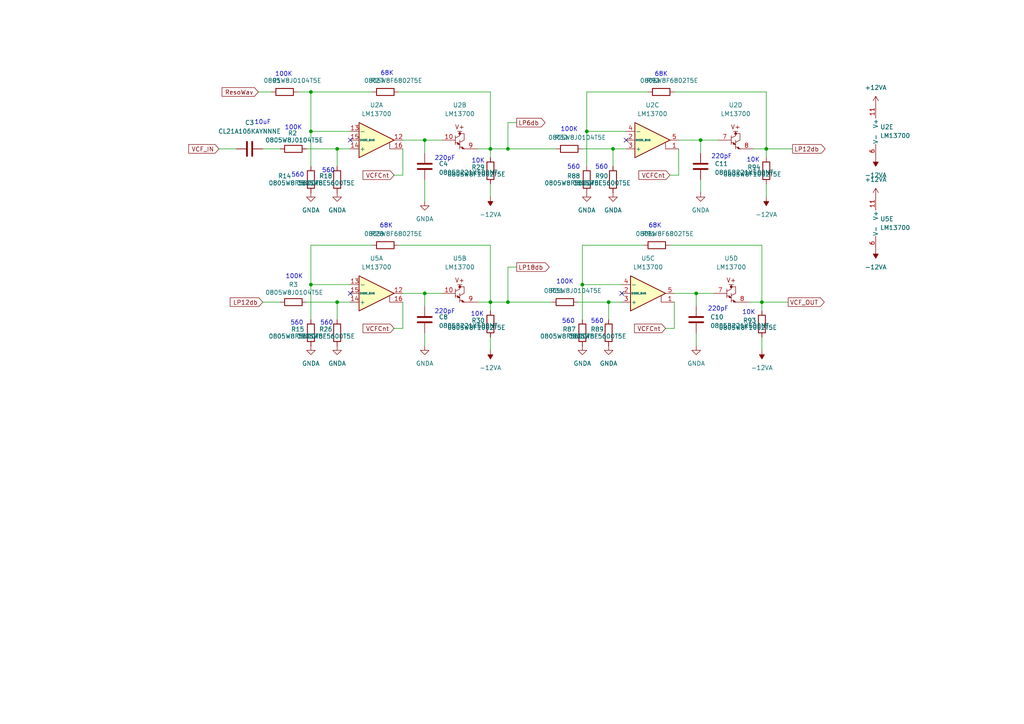
<source format=kicad_sch>
(kicad_sch (version 20250114) (generator "eeschema") (generator_version "9.0")
  (paper "A4")
  (lib_symbols
    (symbol "Amplifier_Operational:LM13700" (pin_names (offset 0.127))
      (property "Reference" "U" (at 3.81 5.08 0))
      (property "Value" "LM13700" (at 5.08 -5.08 0))
      (symbol "LM13700_1_1"
        (polyline (pts (xy 3.81 -0.635) (xy 3.81 -2.54) (xy 5.08 -2.54)))
        (polyline (pts (xy 5.08 0) (xy -5.08 -5.08) (xy -5.08 5.08) (xy 5.08 0)) (stroke (width 0.254)) (fill (type background)))
        (pin input line (at -7.62 2.54 0) (length 2.54) (name "-") (number "13"))
        (pin input line (at -7.62 0 0) (length 2.54) (name "DIODE_BIAS") (number "15"))
        (pin input line (at -7.62 -2.54 0) (length 2.54) (name "+") (number "14"))
        (pin output line (at 7.62 0 180) (length 2.54) (name "~") (number "12"))
        (pin input line (at 7.62 -2.54 180) (length 2.54) (name "~") (number "16"))
      )
      (symbol "LM13700_2_0"
        (polyline (pts (xy -1.905 2.54) (xy -3.175 2.54)))
      )
      (symbol "LM13700_2_1"
        (polyline (pts (xy -3.81 1.27) (xy -3.81 -1.27)))
        (polyline (pts (xy -3.81 0.635) (xy -2.54 1.27) (xy -2.54 1.905) (xy -2.54 2.54)))
        (polyline (pts (xy -3.81 -0.635) (xy -2.54 -1.27)))
        (circle (center -2.54 1.905) (radius 0.254) (stroke (width 0.254)) (fill (type outline)))
        (polyline (pts (xy -2.54 0) (xy -2.54 -2.54)))
        (polyline (pts (xy -2.54 -0.635) (xy -1.27 0) (xy -1.27 1.905) (xy -2.54 1.905)))
        (polyline (pts (xy -2.54 -1.27) (xy -3.175 -0.635) (xy -3.175 -1.27) (xy -2.54 -1.27)) (fill (type outline)))
        (polyline (pts (xy -2.54 -1.905) (xy -1.27 -2.54)))
        (polyline (pts (xy -1.27 -2.54) (xy -1.905 -1.905) (xy -1.905 -2.54) (xy -1.27 -2.54)) (fill (type outline)))
        (text "V+" (at -2.54 3.81 0) (effects (font (size 1.27 1.27))))
        (pin input line (at -7.62 0 0) (length 3.81) (name "~") (number "10"))
        (pin output line (at 2.54 -2.54 180) (length 3.81) (name "~") (number "9"))
      )
      (symbol "LM13700_3_1"
        (polyline (pts (xy 3.81 -0.635) (xy 3.81 -2.54) (xy 5.08 -2.54)))
        (polyline (pts (xy 5.08 0) (xy -5.08 -5.08) (xy -5.08 5.08) (xy 5.08 0)) (stroke (width 0.254)) (fill (type background)))
        (pin input line (at -7.62 2.54 0) (length 2.54) (name "-") (number "4"))
        (pin input line (at -7.62 0 0) (length 2.54) (name "DIODE_BIAS") (number "2"))
        (pin input line (at -7.62 -2.54 0) (length 2.54) (name "+") (number "3"))
        (pin output line (at 7.62 0 180) (length 2.54) (name "~") (number "5"))
        (pin input line (at 7.62 -2.54 180) (length 2.54) (name "~") (number "1"))
      )
      (symbol "LM13700_4_0"
        (polyline (pts (xy -3.175 2.54) (xy -1.905 2.54)))
        (text "V+" (at -2.54 3.81 0) (effects (font (size 1.27 1.27))))
      )
      (symbol "LM13700_4_1"
        (polyline (pts (xy -3.81 1.27) (xy -3.81 -1.27)))
        (polyline (pts (xy -3.81 0.635) (xy -2.54 1.27) (xy -2.54 2.54)))
        (polyline (pts (xy -3.81 -0.635) (xy -2.54 -1.27)))
        (circle (center -2.54 1.905) (radius 0.254) (stroke (width 0.254)) (fill (type outline)))
        (polyline (pts (xy -2.54 0) (xy -2.54 -2.54)))
        (polyline (pts (xy -2.54 -0.635) (xy -1.27 0) (xy -1.27 1.905) (xy -2.54 1.905)))
        (polyline (pts (xy -2.54 -1.27) (xy -3.175 -0.635) (xy -3.175 -1.27) (xy -2.54 -1.27)) (fill (type outline)))
        (polyline (pts (xy -2.54 -1.905) (xy -1.27 -2.54)))
        (polyline (pts (xy -1.27 -2.54) (xy -1.905 -1.905) (xy -1.905 -2.54) (xy -1.27 -2.54)) (fill (type outline)))
        (pin input line (at -7.62 0 0) (length 3.81) (name "~") (number "7"))
        (pin output line (at 2.54 -2.54 180) (length 3.81) (name "~") (number "8"))
      )
      (symbol "LM13700_5_1"
        (pin power_in line (at -2.54 7.62 270) (length 3.81) (name "V+") (number "11"))
        (pin power_in line (at -2.54 -7.62 90) (length 3.81) (name "V-") (number "6"))
      )
    )
    (symbol "Device:C" (pin_numbers (hide yes)) (pin_names (offset 0.254))
      (property "Reference" "C" (at 0.635 2.54 0))
      (property "Value" "C" (at 0.635 -2.54 0))
      (symbol "C_0_1"
        (polyline (pts (xy -2.032 0.762) (xy 2.032 0.762)) (stroke (width 0.508)))
        (polyline (pts (xy -2.032 -0.762) (xy 2.032 -0.762)) (stroke (width 0.508)))
      )
      (symbol "C_1_1"
        (pin passive line (at 0 3.81 270) (length 2.794) (name "~") (number "1"))
        (pin passive line (at 0 -3.81 90) (length 2.794) (name "~") (number "2"))
      )
    )
    (symbol "Device:R" (pin_numbers (hide yes)) (pin_names (offset 0))
      (property "Reference" "R" (at 2.032 0 90))
      (property "Value" "R" (at 0 0 90))
      (symbol "R_0_1"
        (rectangle (start -1.016 -2.54) (end 1.016 2.54) (stroke (width 0.254)))
      )
      (symbol "R_1_1"
        (pin passive line (at 0 3.81 270) (length 1.27) (name "~") (number "1"))
        (pin passive line (at 0 -3.81 90) (length 1.27) (name "~") (number "2"))
      )
    )
    (symbol "power:+12VA" (power) (pin_numbers (hide yes)) (pin_names (offset 0) (hide yes))
      (property "Value" "+12VA" (at 0 3.556 0))
      (symbol "+12VA_0_1"
        (polyline (pts (xy -0.762 1.27) (xy 0 2.54)))
        (polyline (pts (xy 0 2.54) (xy 0.762 1.27)))
        (polyline (pts (xy 0 0) (xy 0 2.54)))
      )
      (symbol "+12VA_1_1"
        (pin power_in line (at 0 0 90) (length 0) (name "~") (number "1"))
      )
    )
    (symbol "power:-12VA" (power) (pin_numbers (hide yes)) (pin_names (offset 0) (hide yes))
      (property "Value" "-12VA" (at 0 3.556 0))
      (symbol "-12VA_0_0"
        (pin power_in line (at 0 0 90) (length 0) (name "~") (number "1"))
      )
      (symbol "-12VA_0_1"
        (polyline (pts (xy 0 0) (xy 0 1.27) (xy 0.762 1.27) (xy 0 2.54) (xy -0.762 1.27) (xy 0 1.27)) (fill (type outline)))
      )
    )
    (symbol "power:GNDA" (power) (pin_numbers (hide yes)) (pin_names (offset 0) (hide yes))
      (property "Value" "GNDA" (at 0 -3.81 0))
      (symbol "GNDA_0_1"
        (polyline (pts (xy 0 0) (xy 0 -1.27) (xy 1.27 -1.27) (xy 0 -2.54) (xy -1.27 -1.27) (xy 0 -1.27)))
      )
      (symbol "GNDA_1_1"
        (pin power_in line (at 0 0 270) (length 0) (name "~") (number "1"))
      )
    )
  )
  (text "560" (at 86.36 50.8 0) (effects (font (size 1.27 1.27))))
  (text "10K" (at 138.684 46.736 0) (effects (font (size 1.27 1.27))))
  (text "220pF" (at 209.296 45.466 0) (effects (font (size 1.27 1.27))))
  (text "560" (at 174.498 48.514 0) (effects (font (size 1.27 1.27))))
  (text "68K" (at 189.992 65.532 0) (effects (font (size 1.27 1.27))))
  (text "100K" (at 165.1 37.592 0) (effects (font (size 1.27 1.27))))
  (text "560" (at 94.742 93.726 0) (effects (font (size 1.27 1.27))))
  (text "68K" (at 112.268 21.336 0) (effects (font (size 1.27 1.27))))
  (text "220pF" (at 129.032 90.424 0) (effects (font (size 1.27 1.27))))
  (text "560" (at 86.106 93.726 0) (effects (font (size 1.27 1.27))))
  (text "10uF" (at 76.2 35.56 0) (effects (font (size 1.27 1.27))))
  (text "10K" (at 218.44 46.482 0) (effects (font (size 1.27 1.27))))
  (text "560" (at 166.37 48.514 0) (effects (font (size 1.27 1.27))))
  (text "100K" (at 82.296 21.59 0) (effects (font (size 1.27 1.27))))
  (text "10K" (at 138.43 91.186 0) (effects (font (size 1.27 1.27))))
  (text "220pF" (at 208.28 89.662 0) (effects (font (size 1.27 1.27))))
  (text "100K" (at 163.83 81.788 0) (effects (font (size 1.27 1.27))))
  (text "68K" (at 191.77 21.59 0) (effects (font (size 1.27 1.27))))
  (text "100K" (at 85.344 80.264 0) (effects (font (size 1.27 1.27))))
  (text "560" (at 95.25 49.53 0) (effects (font (size 1.27 1.27))))
  (text "68K" (at 112.014 65.532 0) (effects (font (size 1.27 1.27))))
  (text "560" (at 164.846 93.218 0) (effects (font (size 1.27 1.27))))
  (text "100K" (at 85.09 37.084 0) (effects (font (size 1.27 1.27))))
  (text "10K" (at 217.17 90.678 0) (effects (font (size 1.27 1.27))))
  (text "220pF" (at 129.032 45.974 0) (effects (font (size 1.27 1.27))))
  (text "560" (at 173.228 93.218 0) (effects (font (size 1.27 1.27))))
  (junction (at 222.25 43.18))
  (junction (at 176.53 87.63))
  (junction (at 142.24 87.63))
  (junction (at 147.32 43.18))
  (junction (at 201.93 85.09))
  (junction (at 142.24 43.18))
  (junction (at 90.17 26.67))
  (junction (at 123.19 40.64))
  (junction (at 220.98 87.63))
  (junction (at 147.32 87.63))
  (junction (at 170.18 38.1))
  (junction (at 168.91 82.55))
  (junction (at 90.17 38.1))
  (junction (at 177.8 43.18))
  (junction (at 90.17 82.55))
  (junction (at 123.19 85.09))
  (junction (at 97.79 87.63))
  (junction (at 97.79 43.18))
  (junction (at 203.2 40.64))
  (no_connect (at 181.61 40.64))
  (no_connect (at 180.34 85.09))
  (no_connect (at 101.6 40.64))
  (no_connect (at 101.6 85.09))
  (wire (pts (xy 220.98 71.12) (xy 194.31 71.12)))
  (wire (pts (xy 147.32 87.63) (xy 160.02 87.63)))
  (wire (pts (xy 177.8 43.18) (xy 177.8 48.26)))
  (wire (pts (xy 220.98 87.63) (xy 220.98 90.17)))
  (wire (pts (xy 123.19 85.09) (xy 123.19 88.9)))
  (wire (pts (xy 74.93 26.67) (xy 78.74 26.67)))
  (wire (pts (xy 147.32 35.56) (xy 147.32 43.18)))
  (wire (pts (xy 63.5 43.18) (xy 68.58 43.18)))
  (wire (pts (xy 142.24 87.63) (xy 147.32 87.63)))
  (wire (pts (xy 170.18 38.1) (xy 170.18 48.26)))
  (wire (pts (xy 97.79 87.63) (xy 101.6 87.63)))
  (wire (pts (xy 195.58 95.25) (xy 195.58 87.63)))
  (wire (pts (xy 194.31 50.8) (xy 196.85 50.8)))
  (wire (pts (xy 201.93 85.09) (xy 201.93 88.9)))
  (wire (pts (xy 123.19 96.52) (xy 123.19 100.33)))
  (wire (pts (xy 142.24 26.67) (xy 115.57 26.67)))
  (wire (pts (xy 181.61 38.1) (xy 170.18 38.1)))
  (wire (pts (xy 222.25 43.18) (xy 222.25 45.72)))
  (wire (pts (xy 196.85 40.64) (xy 203.2 40.64)))
  (wire (pts (xy 88.9 43.18) (xy 97.79 43.18)))
  (wire (pts (xy 114.3 95.25) (xy 116.84 95.25)))
  (wire (pts (xy 222.25 43.18) (xy 222.25 26.67)))
  (wire (pts (xy 90.17 82.55) (xy 90.17 71.12)))
  (wire (pts (xy 90.17 26.67) (xy 107.95 26.67)))
  (wire (pts (xy 193.04 95.25) (xy 195.58 95.25)))
  (wire (pts (xy 196.85 50.8) (xy 196.85 43.18)))
  (wire (pts (xy 149.86 77.47) (xy 147.32 77.47)))
  (wire (pts (xy 220.98 87.63) (xy 220.98 71.12)))
  (wire (pts (xy 176.53 87.63) (xy 176.53 92.71)))
  (wire (pts (xy 116.84 50.8) (xy 116.84 43.18)))
  (wire (pts (xy 147.32 77.47) (xy 147.32 87.63)))
  (wire (pts (xy 168.91 82.55) (xy 168.91 92.71)))
  (wire (pts (xy 203.2 40.64) (xy 208.28 40.64)))
  (wire (pts (xy 123.19 40.64) (xy 123.19 44.45)))
  (wire (pts (xy 195.58 85.09) (xy 201.93 85.09)))
  (wire (pts (xy 90.17 38.1) (xy 90.17 48.26)))
  (wire (pts (xy 116.84 85.09) (xy 123.19 85.09)))
  (wire (pts (xy 101.6 38.1) (xy 90.17 38.1)))
  (wire (pts (xy 149.86 35.56) (xy 147.32 35.56)))
  (wire (pts (xy 203.2 40.64) (xy 203.2 44.45)))
  (wire (pts (xy 116.84 40.64) (xy 123.19 40.64)))
  (wire (pts (xy 76.2 43.18) (xy 81.28 43.18)))
  (wire (pts (xy 220.98 87.63) (xy 228.6 87.63)))
  (wire (pts (xy 142.24 87.63) (xy 142.24 90.17)))
  (wire (pts (xy 114.3 50.8) (xy 116.84 50.8)))
  (wire (pts (xy 97.79 43.18) (xy 101.6 43.18)))
  (wire (pts (xy 142.24 43.18) (xy 142.24 45.72)))
  (wire (pts (xy 142.24 97.79) (xy 142.24 101.6)))
  (wire (pts (xy 138.43 87.63) (xy 142.24 87.63)))
  (wire (pts (xy 167.64 87.63) (xy 176.53 87.63)))
  (wire (pts (xy 142.24 87.63) (xy 142.24 71.12)))
  (wire (pts (xy 222.25 53.34) (xy 222.25 57.15)))
  (wire (pts (xy 88.9 87.63) (xy 97.79 87.63)))
  (wire (pts (xy 142.24 43.18) (xy 142.24 26.67)))
  (wire (pts (xy 170.18 38.1) (xy 170.18 26.67)))
  (wire (pts (xy 86.36 26.67) (xy 90.17 26.67)))
  (wire (pts (xy 90.17 82.55) (xy 90.17 92.71)))
  (wire (pts (xy 90.17 71.12) (xy 107.95 71.12)))
  (wire (pts (xy 180.34 82.55) (xy 168.91 82.55)))
  (wire (pts (xy 142.24 71.12) (xy 115.57 71.12)))
  (wire (pts (xy 101.6 82.55) (xy 90.17 82.55)))
  (wire (pts (xy 116.84 95.25) (xy 116.84 87.63)))
  (wire (pts (xy 170.18 26.67) (xy 187.96 26.67)))
  (wire (pts (xy 168.91 43.18) (xy 177.8 43.18)))
  (wire (pts (xy 220.98 97.79) (xy 220.98 101.6)))
  (wire (pts (xy 138.43 43.18) (xy 142.24 43.18)))
  (wire (pts (xy 201.93 96.52) (xy 201.93 100.33)))
  (wire (pts (xy 176.53 87.63) (xy 180.34 87.63)))
  (wire (pts (xy 97.79 87.63) (xy 97.79 92.71)))
  (wire (pts (xy 142.24 43.18) (xy 147.32 43.18)))
  (wire (pts (xy 123.19 85.09) (xy 128.27 85.09)))
  (wire (pts (xy 168.91 82.55) (xy 168.91 71.12)))
  (wire (pts (xy 142.24 53.34) (xy 142.24 57.15)))
  (wire (pts (xy 177.8 43.18) (xy 181.61 43.18)))
  (wire (pts (xy 217.17 87.63) (xy 220.98 87.63)))
  (wire (pts (xy 97.79 43.18) (xy 97.79 48.26)))
  (wire (pts (xy 76.2 87.63) (xy 81.28 87.63)))
  (wire (pts (xy 218.44 43.18) (xy 222.25 43.18)))
  (wire (pts (xy 222.25 26.67) (xy 195.58 26.67)))
  (wire (pts (xy 229.87 43.18) (xy 222.25 43.18)))
  (wire (pts (xy 147.32 43.18) (xy 161.29 43.18)))
  (wire (pts (xy 123.19 40.64) (xy 128.27 40.64)))
  (wire (pts (xy 90.17 38.1) (xy 90.17 26.67)))
  (wire (pts (xy 123.19 52.07) (xy 123.19 58.42)))
  (wire (pts (xy 168.91 71.12) (xy 186.69 71.12)))
  (wire (pts (xy 201.93 85.09) (xy 207.01 85.09)))
  (wire (pts (xy 203.2 52.07) (xy 203.2 55.88)))
  (global_label "ResoWav" (shape input) (at 74.93 26.67 180) (property "Intersheetrefs" "${INTERSHEET_REFS}" (effects (hide yes))))
  (global_label "VCFCnt" (shape input) (at 193.04 95.25 180) (property "Intersheetrefs" "${INTERSHEET_REFS}" (effects (hide yes))))
  (global_label "VCFCnt" (shape input) (at 114.3 50.8 180) (property "Intersheetrefs" "${INTERSHEET_REFS}" (effects (hide yes))))
  (global_label "VCFCnt" (shape input) (at 194.31 50.8 180) (property "Intersheetrefs" "${INTERSHEET_REFS}" (effects (hide yes))))
  (global_label "VCF_OUT" (shape output) (at 228.6 87.63 0) (property "Intersheetrefs" "${INTERSHEET_REFS}" (effects (hide yes))))
  (global_label "LP12db" (shape input) (at 76.2 87.63 180) (property "Intersheetrefs" "${INTERSHEET_REFS}" (effects (hide yes))))
  (global_label "VCF_IN" (shape input) (at 63.5 43.18 180) (property "Intersheetrefs" "${INTERSHEET_REFS}" (effects (hide yes))))
  (global_label "LP6db" (shape output) (at 149.86 35.56 0) (property "Intersheetrefs" "${INTERSHEET_REFS}" (effects (hide yes))))
  (global_label "VCFCnt" (shape input) (at 114.3 95.25 180) (property "Intersheetrefs" "${INTERSHEET_REFS}" (effects (hide yes))))
  (global_label "LP12db" (shape output) (at 229.87 43.18 0) (property "Intersheetrefs" "${INTERSHEET_REFS}" (effects (hide yes))))
  (global_label "LP18db" (shape output) (at 149.86 77.47 0) (property "Intersheetrefs" "${INTERSHEET_REFS}" (effects (hide yes))))
  (symbol (lib_id "Device:R") (at 85.09 43.18 90) (unit 1)
    (property "Reference" "R2" (at 84.836 38.608 90))
    (property "Value" "0805W8J0104T5E" (at 85.344 40.64 90))
    (property "Footprint" "Resistor_SMD:R_0805_2012Metric_Pad1.20x1.40mm_HandSolder" (effects (hide yes)))
    (property "Description" "Resistor" (effects (hide yes)))
  )
  (symbol (lib_id "Device:R") (at 142.24 93.98 180) (unit 1)
    (property "Reference" "R30" (at 138.684 92.964 0))
    (property "Value" "0805W8F1002T5E" (at 138.176 94.996 0))
    (property "Footprint" "Resistor_SMD:R_0805_2012Metric_Pad1.20x1.40mm_HandSolder" (effects (hide yes)))
    (property "Description" "Resistor" (effects (hide yes)))
  )
  (symbol (lib_id "power:GNDA") (at 97.79 100.33 0) (unit 1)
    (property "Reference" "#PWR06" (effects (hide yes)))
    (property "Value" "GNDA" (at 97.79 105.41 0))
    (property "Description" "Power symbol creates a global label with name \"GNDA\" , analog ground" (effects (hide yes)))
  )
  (symbol (lib_id "Amplifier_Operational:LM13700") (at 187.96 85.09 0) (unit 3)
    (property "Reference" "U5" (at 187.96 74.93 0))
    (property "Value" "LM13700" (at 187.96 77.47 0))
    (property "Footprint" "Package_SO:SOIC-16_3.9x9.9mm_P1.27mm" (effects (hide yes)))
    (property "Datasheet" "http://www.ti.com/lit/ds/symlink/lm13700.pdf" (effects (hide yes)))
    (property "Description" "Dual Operational Transconductance Amplifiers with Linearizing Diodes and Buffers, DIP-16/SOIC-16" (effects (hide yes)))
  )
  (symbol (lib_id "power:GNDA") (at 97.79 55.88 0) (unit 1)
    (property "Reference" "#PWR05" (effects (hide yes)))
    (property "Value" "GNDA" (at 97.79 60.96 0))
    (property "Description" "Power symbol creates a global label with name \"GNDA\" , analog ground" (effects (hide yes)))
  )
  (symbol (lib_id "power:GNDA") (at 90.17 100.33 0) (unit 1)
    (property "Reference" "#PWR04" (effects (hide yes)))
    (property "Value" "GNDA" (at 90.17 105.41 0))
    (property "Description" "Power symbol creates a global label with name \"GNDA\" , analog ground" (effects (hide yes)))
  )
  (symbol (lib_id "Device:R") (at 168.91 96.52 180) (unit 1)
    (property "Reference" "R87" (at 165.1 95.504 0))
    (property "Value" "0805W8F5600T5E" (at 165.1 97.536 0))
    (property "Footprint" "Resistor_SMD:R_0805_2012Metric_Pad1.20x1.40mm_HandSolder" (effects (hide yes)))
    (property "Description" "Resistor" (effects (hide yes)))
  )
  (symbol (lib_id "Device:C") (at 201.93 92.71 0) (unit 1)
    (property "Reference" "C10" (at 205.994 91.948 0) (effects (justify left)))
    (property "Value" "0805B221K500NT" (at 205.994 94.488 0) (effects (justify left)))
    (property "Footprint" "Capacitor_SMD:C_0805_2012Metric_Pad1.18x1.45mm_HandSolder" (effects (hide yes)))
    (property "Description" "Unpolarized capacitor" (effects (hide yes)))
  )
  (symbol (lib_id "power:-12VA") (at 222.25 57.15 180) (unit 1)
    (property "Reference" "#PWR0147" (effects (hide yes)))
    (property "Value" "-12VA" (at 222.25 62.23 0))
    (property "Description" "Power symbol creates a global label with name \"-12VA\"" (effects (hide yes)))
  )
  (symbol (lib_id "power:GNDA") (at 123.19 100.33 0) (unit 1)
    (property "Reference" "#PWR08" (effects (hide yes)))
    (property "Value" "GNDA" (at 123.19 105.41 0))
    (property "Description" "Power symbol creates a global label with name \"GNDA\" , analog ground" (effects (hide yes)))
  )
  (symbol (lib_id "Device:R") (at 82.55 26.67 90) (unit 1)
    (property "Reference" "R1" (at 80.264 23.368 90))
    (property "Value" "0805W8J0104T5E" (at 84.836 23.368 90))
    (property "Footprint" "Resistor_SMD:R_0805_2012Metric_Pad1.20x1.40mm_HandSolder" (effects (hide yes)))
    (property "Description" "Resistor" (effects (hide yes)))
  )
  (symbol (lib_id "power:-12VA") (at 220.98 101.6 180) (unit 1)
    (property "Reference" "#PWR0146" (effects (hide yes)))
    (property "Value" "-12VA" (at 220.98 106.68 0))
    (property "Description" "Power symbol creates a global label with name \"-12VA\"" (effects (hide yes)))
  )
  (symbol (lib_id "Device:R") (at 97.79 96.52 180) (unit 1)
    (property "Reference" "R26" (at 94.488 95.504 0))
    (property "Value" "0805W8F5600T5E" (at 94.488 97.536 0))
    (property "Footprint" "Resistor_SMD:R_0805_2012Metric_Pad1.20x1.40mm_HandSolder" (effects (hide yes)))
    (property "Description" "Resistor" (effects (hide yes)))
  )
  (symbol (lib_id "Amplifier_Operational:LM13700") (at 214.63 85.09 0) (unit 4)
    (property "Reference" "U5" (at 212.09 74.93 0))
    (property "Value" "LM13700" (at 212.09 77.47 0))
    (property "Footprint" "Package_SO:SOIC-16_3.9x9.9mm_P1.27mm" (effects (hide yes)))
    (property "Datasheet" "http://www.ti.com/lit/ds/symlink/lm13700.pdf" (effects (hide yes)))
    (property "Description" "Dual Operational Transconductance Amplifiers with Linearizing Diodes and Buffers, DIP-16/SOIC-16" (effects (hide yes)))
  )
  (symbol (lib_id "power:-12VA") (at 254 72.39 180) (unit 1)
    (property "Reference" "#PWR0151" (effects (hide yes)))
    (property "Value" "-12VA" (at 254 77.47 0))
    (property "Description" "Power symbol creates a global label with name \"-12VA\"" (effects (hide yes)))
  )
  (symbol (lib_id "power:GNDA") (at 177.8 55.88 0) (unit 1)
    (property "Reference" "#PWR035" (effects (hide yes)))
    (property "Value" "GNDA" (at 177.8 60.96 0))
    (property "Description" "Power symbol creates a global label with name \"GNDA\" , analog ground" (effects (hide yes)))
  )
  (symbol (lib_id "Device:R") (at 190.5 71.12 90) (unit 1)
    (property "Reference" "R91" (at 188.214 67.818 90))
    (property "Value" "0805W8F6802T5E" (at 192.786 67.818 90))
    (property "Footprint" "Resistor_SMD:R_0805_2012Metric_Pad1.20x1.40mm_HandSolder" (effects (hide yes)))
    (property "Description" "Resistor" (effects (hide yes)))
  )
  (symbol (lib_id "Device:C") (at 72.39 43.18 90) (unit 1)
    (property "Reference" "C3" (at 72.39 35.56 90))
    (property "Value" "CL21A106KAYNNNE" (at 72.39 38.1 90))
    (property "Footprint" "Capacitor_SMD:C_0805_2012Metric_Pad1.18x1.45mm_HandSolder" (effects (hide yes)))
    (property "Description" "Unpolarized capacitor" (effects (hide yes)))
  )
  (symbol (lib_id "Amplifier_Operational:LM13700") (at 189.23 40.64 0) (unit 3)
    (property "Reference" "U2" (at 189.23 30.48 0))
    (property "Value" "LM13700" (at 189.23 33.02 0))
    (property "Footprint" "Package_SO:SOIC-16_3.9x9.9mm_P1.27mm" (effects (hide yes)))
    (property "Datasheet" "http://www.ti.com/lit/ds/symlink/lm13700.pdf" (effects (hide yes)))
    (property "Description" "Dual Operational Transconductance Amplifiers with Linearizing Diodes and Buffers, DIP-16/SOIC-16" (effects (hide yes)))
  )
  (symbol (lib_id "Amplifier_Operational:LM13700") (at 256.54 64.77 0) (unit 5)
    (property "Reference" "U5" (at 255.27 63.4999 0) (effects (justify left)))
    (property "Value" "LM13700" (at 255.27 66.0399 0) (effects (justify left)))
    (property "Footprint" "Package_SO:SOIC-16_3.9x9.9mm_P1.27mm" (effects (hide yes)))
    (property "Datasheet" "http://www.ti.com/lit/ds/symlink/lm13700.pdf" (effects (hide yes)))
    (property "Description" "Dual Operational Transconductance Amplifiers with Linearizing Diodes and Buffers, DIP-16/SOIC-16" (effects (hide yes)))
  )
  (symbol (lib_id "power:GNDA") (at 90.17 55.88 0) (unit 1)
    (property "Reference" "#PWR03" (effects (hide yes)))
    (property "Value" "GNDA" (at 90.17 60.96 0))
    (property "Description" "Power symbol creates a global label with name \"GNDA\" , analog ground" (effects (hide yes)))
  )
  (symbol (lib_id "power:GNDA") (at 201.93 100.33 0) (unit 1)
    (property "Reference" "#PWR0140" (effects (hide yes)))
    (property "Value" "GNDA" (at 201.93 105.41 0))
    (property "Description" "Power symbol creates a global label with name \"GNDA\" , analog ground" (effects (hide yes)))
  )
  (symbol (lib_id "Amplifier_Operational:LM13700") (at 109.22 40.64 0) (unit 1)
    (property "Reference" "U2" (at 109.22 30.48 0))
    (property "Value" "LM13700" (at 109.22 33.02 0))
    (property "Footprint" "Package_SO:SOIC-16_3.9x9.9mm_P1.27mm" (effects (hide yes)))
    (property "Datasheet" "http://www.ti.com/lit/ds/symlink/lm13700.pdf" (effects (hide yes)))
    (property "Description" "Dual Operational Transconductance Amplifiers with Linearizing Diodes and Buffers, DIP-16/SOIC-16" (effects (hide yes)))
  )
  (symbol (lib_id "Device:R") (at 163.83 87.63 90) (unit 1)
    (property "Reference" "R31" (at 161.544 84.328 90))
    (property "Value" "0805W8J0104T5E" (at 166.116 84.328 90))
    (property "Footprint" "Resistor_SMD:R_0805_2012Metric_Pad1.20x1.40mm_HandSolder" (effects (hide yes)))
    (property "Description" "Resistor" (effects (hide yes)))
  )
  (symbol (lib_id "Amplifier_Operational:LM13700") (at 135.89 40.64 0) (unit 2)
    (property "Reference" "U2" (at 133.35 30.48 0))
    (property "Value" "LM13700" (at 133.35 33.02 0))
    (property "Footprint" "Package_SO:SOIC-16_3.9x9.9mm_P1.27mm" (effects (hide yes)))
    (property "Datasheet" "http://www.ti.com/lit/ds/symlink/lm13700.pdf" (effects (hide yes)))
    (property "Description" "Dual Operational Transconductance Amplifiers with Linearizing Diodes and Buffers, DIP-16/SOIC-16" (effects (hide yes)))
  )
  (symbol (lib_id "power:GNDA") (at 168.91 100.33 0) (unit 1)
    (property "Reference" "#PWR024" (effects (hide yes)))
    (property "Value" "GNDA" (at 168.91 105.41 0))
    (property "Description" "Power symbol creates a global label with name \"GNDA\" , analog ground" (effects (hide yes)))
  )
  (symbol (lib_id "Device:R") (at 111.76 71.12 90) (unit 1)
    (property "Reference" "R28" (at 109.474 67.818 90))
    (property "Value" "0805W8F6802T5E" (at 114.046 67.818 90))
    (property "Footprint" "Resistor_SMD:R_0805_2012Metric_Pad1.20x1.40mm_HandSolder" (effects (hide yes)))
    (property "Description" "Resistor" (effects (hide yes)))
  )
  (symbol (lib_id "Amplifier_Operational:LM13700") (at 256.54 38.1 0) (unit 5)
    (property "Reference" "U2" (at 255.27 36.8299 0) (effects (justify left)))
    (property "Value" "LM13700" (at 255.27 39.3699 0) (effects (justify left)))
    (property "Footprint" "Package_SO:SOIC-16_3.9x9.9mm_P1.27mm" (effects (hide yes)))
    (property "Datasheet" "http://www.ti.com/lit/ds/symlink/lm13700.pdf" (effects (hide yes)))
    (property "Description" "Dual Operational Transconductance Amplifiers with Linearizing Diodes and Buffers, DIP-16/SOIC-16" (effects (hide yes)))
  )
  (symbol (lib_id "power:-12VA") (at 254 45.72 180) (unit 1)
    (property "Reference" "#PWR0150" (effects (hide yes)))
    (property "Value" "-12VA" (at 254 50.8 0))
    (property "Description" "Power symbol creates a global label with name \"-12VA\"" (effects (hide yes)))
  )
  (symbol (lib_id "power:GNDA") (at 203.2 55.88 0) (unit 1)
    (property "Reference" "#PWR0145" (effects (hide yes)))
    (property "Value" "GNDA" (at 203.2 60.96 0))
    (property "Description" "Power symbol creates a global label with name \"GNDA\" , analog ground" (effects (hide yes)))
  )
  (symbol (lib_id "power:GNDA") (at 123.19 58.42 0) (unit 1)
    (property "Reference" "#PWR07" (effects (hide yes)))
    (property "Value" "GNDA" (at 123.19 63.5 0))
    (property "Description" "Power symbol creates a global label with name \"GNDA\" , analog ground" (effects (hide yes)))
  )
  (symbol (lib_id "Device:C") (at 203.2 48.26 0) (unit 1)
    (property "Reference" "C11" (at 207.264 47.498 0) (effects (justify left)))
    (property "Value" "0805B221K500NT" (at 207.264 50.038 0) (effects (justify left)))
    (property "Footprint" "Capacitor_SMD:C_0805_2012Metric_Pad1.18x1.45mm_HandSolder" (effects (hide yes)))
    (property "Description" "Unpolarized capacitor" (effects (hide yes)))
  )
  (symbol (lib_id "Device:C") (at 123.19 48.26 0) (unit 1)
    (property "Reference" "C4" (at 127.254 47.498 0) (effects (justify left)))
    (property "Value" "0805B221K500NT" (at 127.254 50.038 0) (effects (justify left)))
    (property "Footprint" "Capacitor_SMD:C_0805_2012Metric_Pad1.18x1.45mm_HandSolder" (effects (hide yes)))
    (property "Description" "Unpolarized capacitor" (effects (hide yes)))
  )
  (symbol (lib_id "power:-12VA") (at 142.24 101.6 180) (unit 1)
    (property "Reference" "#PWR012" (effects (hide yes)))
    (property "Value" "-12VA" (at 142.24 106.68 0))
    (property "Description" "Power symbol creates a global label with name \"-12VA\"" (effects (hide yes)))
  )
  (symbol (lib_id "Device:R") (at 170.18 52.07 180) (unit 1)
    (property "Reference" "R88" (at 166.37 51.054 0))
    (property "Value" "0805W8F5600T5E" (at 166.37 53.086 0))
    (property "Footprint" "Resistor_SMD:R_0805_2012Metric_Pad1.20x1.40mm_HandSolder" (effects (hide yes)))
    (property "Description" "Resistor" (effects (hide yes)))
  )
  (symbol (lib_id "Device:R") (at 220.98 93.98 180) (unit 1)
    (property "Reference" "R93" (at 217.424 92.964 0))
    (property "Value" "0805W8F1002T5E" (at 216.916 94.996 0))
    (property "Footprint" "Resistor_SMD:R_0805_2012Metric_Pad1.20x1.40mm_HandSolder" (effects (hide yes)))
    (property "Description" "Resistor" (effects (hide yes)))
  )
  (symbol (lib_id "Device:R") (at 97.79 52.07 180) (unit 1)
    (property "Reference" "R18" (at 94.488 51.054 0))
    (property "Value" "0805W8F5600T5E" (at 94.488 53.086 0))
    (property "Footprint" "Resistor_SMD:R_0805_2012Metric_Pad1.20x1.40mm_HandSolder" (effects (hide yes)))
    (property "Description" "Resistor" (effects (hide yes)))
  )
  (symbol (lib_id "Device:R") (at 165.1 43.18 90) (unit 1)
    (property "Reference" "R32" (at 162.814 39.878 90))
    (property "Value" "0805W8J0104T5E" (at 167.386 39.878 90))
    (property "Footprint" "Resistor_SMD:R_0805_2012Metric_Pad1.20x1.40mm_HandSolder" (effects (hide yes)))
    (property "Description" "Resistor" (effects (hide yes)))
  )
  (symbol (lib_id "Device:R") (at 142.24 49.53 180) (unit 1)
    (property "Reference" "R29" (at 138.684 48.514 0))
    (property "Value" "0805W8F1002T5E" (at 138.176 50.546 0))
    (property "Footprint" "Resistor_SMD:R_0805_2012Metric_Pad1.20x1.40mm_HandSolder" (effects (hide yes)))
    (property "Description" "Resistor" (effects (hide yes)))
  )
  (symbol (lib_id "power:+12VA") (at 254 57.15 0) (unit 1)
    (property "Reference" "#PWR0149" (effects (hide yes)))
    (property "Value" "+12VA" (at 254 52.07 0))
    (property "Description" "Power symbol creates a global label with name \"+12VA\"" (effects (hide yes)))
  )
  (symbol (lib_id "Device:R") (at 222.25 49.53 180) (unit 1)
    (property "Reference" "R94" (at 218.694 48.514 0))
    (property "Value" "0805W8F1002T5E" (at 218.186 50.546 0))
    (property "Footprint" "Resistor_SMD:R_0805_2012Metric_Pad1.20x1.40mm_HandSolder" (effects (hide yes)))
    (property "Description" "Resistor" (effects (hide yes)))
  )
  (symbol (lib_id "Device:R") (at 177.8 52.07 180) (unit 1)
    (property "Reference" "R90" (at 174.498 51.054 0))
    (property "Value" "0805W8F5600T5E" (at 174.498 53.086 0))
    (property "Footprint" "Resistor_SMD:R_0805_2012Metric_Pad1.20x1.40mm_HandSolder" (effects (hide yes)))
    (property "Description" "Resistor" (effects (hide yes)))
  )
  (symbol (lib_id "Device:R") (at 90.17 52.07 180) (unit 1)
    (property "Reference" "R14" (at 82.55 51.054 0))
    (property "Value" "0805W8F5600T5E" (at 86.36 53.086 0))
    (property "Footprint" "Resistor_SMD:R_0805_2012Metric_Pad1.20x1.40mm_HandSolder" (effects (hide yes)))
    (property "Description" "Resistor" (effects (hide yes)))
  )
  (symbol (lib_id "power:-12VA") (at 142.24 57.15 180) (unit 1)
    (property "Reference" "#PWR011" (effects (hide yes)))
    (property "Value" "-12VA" (at 142.24 62.23 0))
    (property "Description" "Power symbol creates a global label with name \"-12VA\"" (effects (hide yes)))
  )
  (symbol (lib_id "Device:R") (at 176.53 96.52 180) (unit 1)
    (property "Reference" "R89" (at 173.228 95.504 0))
    (property "Value" "0805W8F5600T5E" (at 173.228 97.536 0))
    (property "Footprint" "Resistor_SMD:R_0805_2012Metric_Pad1.20x1.40mm_HandSolder" (effects (hide yes)))
    (property "Description" "Resistor" (effects (hide yes)))
  )
  (symbol (lib_id "Amplifier_Operational:LM13700") (at 215.9 40.64 0) (unit 4)
    (property "Reference" "U2" (at 213.36 30.48 0))
    (property "Value" "LM13700" (at 213.36 33.02 0))
    (property "Footprint" "Package_SO:SOIC-16_3.9x9.9mm_P1.27mm" (effects (hide yes)))
    (property "Datasheet" "http://www.ti.com/lit/ds/symlink/lm13700.pdf" (effects (hide yes)))
    (property "Description" "Dual Operational Transconductance Amplifiers with Linearizing Diodes and Buffers, DIP-16/SOIC-16" (effects (hide yes)))
  )
  (symbol (lib_id "Amplifier_Operational:LM13700") (at 109.22 85.09 0) (unit 1)
    (property "Reference" "U5" (at 109.22 74.93 0))
    (property "Value" "LM13700" (at 109.22 77.47 0))
    (property "Footprint" "Package_SO:SOIC-16_3.9x9.9mm_P1.27mm" (effects (hide yes)))
    (property "Datasheet" "http://www.ti.com/lit/ds/symlink/lm13700.pdf" (effects (hide yes)))
    (property "Description" "Dual Operational Transconductance Amplifiers with Linearizing Diodes and Buffers, DIP-16/SOIC-16" (effects (hide yes)))
  )
  (symbol (lib_id "Device:R") (at 191.77 26.67 90) (unit 1)
    (property "Reference" "R92" (at 189.484 23.368 90))
    (property "Value" "0805W8F6802T5E" (at 194.056 23.368 90))
    (property "Footprint" "Resistor_SMD:R_0805_2012Metric_Pad1.20x1.40mm_HandSolder" (effects (hide yes)))
    (property "Description" "Resistor" (effects (hide yes)))
  )
  (symbol (lib_id "Amplifier_Operational:LM13700") (at 135.89 85.09 0) (unit 2)
    (property "Reference" "U5" (at 133.35 74.93 0))
    (property "Value" "LM13700" (at 133.35 77.47 0))
    (property "Footprint" "Package_SO:SOIC-16_3.9x9.9mm_P1.27mm" (effects (hide yes)))
    (property "Datasheet" "http://www.ti.com/lit/ds/symlink/lm13700.pdf" (effects (hide yes)))
    (property "Description" "Dual Operational Transconductance Amplifiers with Linearizing Diodes and Buffers, DIP-16/SOIC-16" (effects (hide yes)))
  )
  (symbol (lib_id "Device:R") (at 85.09 87.63 90) (unit 1)
    (property "Reference" "R3" (at 85.09 82.55 90))
    (property "Value" "0805W8J0104T5E" (at 85.344 84.836 90))
    (property "Footprint" "Resistor_SMD:R_0805_2012Metric_Pad1.20x1.40mm_HandSolder" (effects (hide yes)))
    (property "Description" "Resistor" (effects (hide yes)))
  )
  (symbol (lib_id "power:GNDA") (at 170.18 55.88 0) (unit 1)
    (property "Reference" "#PWR028" (effects (hide yes)))
    (property "Value" "GNDA" (at 170.18 60.96 0))
    (property "Description" "Power symbol creates a global label with name \"GNDA\" , analog ground" (effects (hide yes)))
  )
  (symbol (lib_id "Device:R") (at 90.17 96.52 180) (unit 1)
    (property "Reference" "R15" (at 86.36 95.504 0))
    (property "Value" "0805W8F5600T5E" (at 86.36 97.536 0))
    (property "Footprint" "Resistor_SMD:R_0805_2012Metric_Pad1.20x1.40mm_HandSolder" (effects (hide yes)))
    (property "Description" "Resistor" (effects (hide yes)))
  )
  (symbol (lib_id "Device:R") (at 111.76 26.67 90) (unit 1)
    (property "Reference" "R27" (at 109.474 23.368 90))
    (property "Value" "0805W8F6802T5E" (at 114.046 23.368 90))
    (property "Footprint" "Resistor_SMD:R_0805_2012Metric_Pad1.20x1.40mm_HandSolder" (effects (hide yes)))
    (property "Description" "Resistor" (effects (hide yes)))
  )
  (symbol (lib_id "Device:C") (at 123.19 92.71 0) (unit 1)
    (property "Reference" "C8" (at 127.254 91.948 0) (effects (justify left)))
    (property "Value" "0805B221K500NT" (at 127.254 94.488 0) (effects (justify left)))
    (property "Footprint" "Capacitor_SMD:C_0805_2012Metric_Pad1.18x1.45mm_HandSolder" (effects (hide yes)))
    (property "Description" "Unpolarized capacitor" (effects (hide yes)))
  )
  (symbol (lib_id "power:+12VA") (at 254 30.48 0) (unit 1)
    (property "Reference" "#PWR0148" (effects (hide yes)))
    (property "Value" "+12VA" (at 254 25.4 0))
    (property "Description" "Power symbol creates a global label with name \"+12VA\"" (effects (hide yes)))
  )
  (symbol (lib_id "power:GNDA") (at 176.53 100.33 0) (unit 1)
    (property "Reference" "#PWR029" (effects (hide yes)))
    (property "Value" "GNDA" (at 176.53 105.41 0))
    (property "Description" "Power symbol creates a global label with name \"GNDA\" , analog ground" (effects (hide yes)))
  )
)
</source>
